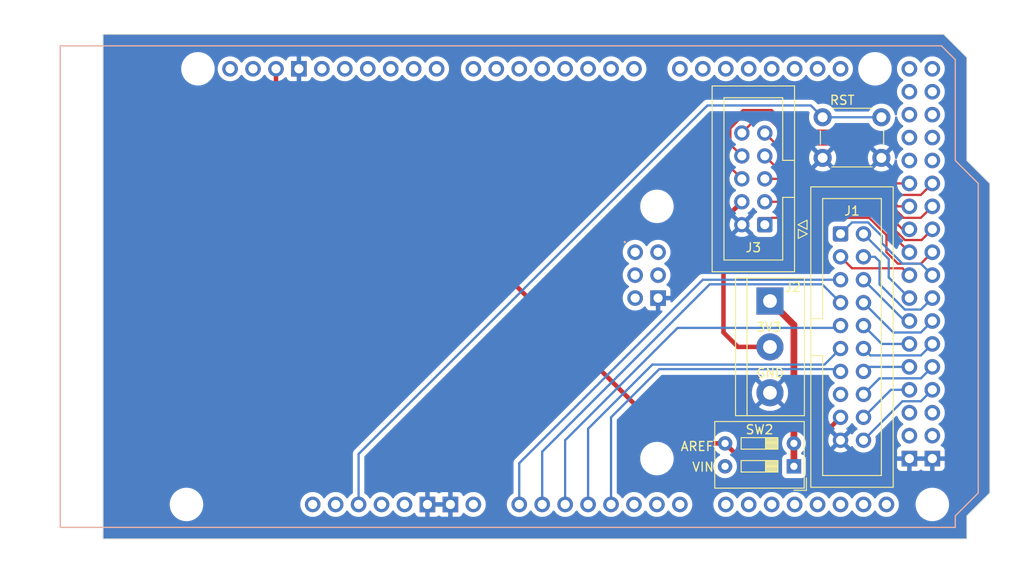
<source format=kicad_pcb>
(kicad_pcb (version 20221018) (generator pcbnew)
  (title_block (title "Control Panel Arduino Mega 2560 Shield") (rev "0"))
  (layers (0 "F.Cu" signal) (31 "B.Cu" signal) (34 "B.Paste" user) (35 "F.Paste" user) (36 "B.SilkS" user "B.Silkscreen") (37 "F.SilkS" user "F.Silkscreen") (38 "B.Mask" user) (39 "F.Mask" user) (44 "Edge.Cuts" user))
  (net 0 "")
  (net 1 "/5V")
  (net 2 "/GND")
  (net 55 "/3V3")
  (net 57 "/VIN")
  (net 58 "/AREF")
  (net 59 "/A_ON")
  (net 60 "/A_OFF")
  (net 61 "/B_ON")
  (net 62 "/B_OFF")
  (net 63 "/C_ON")
  (net 64 "/C_OFF")
  (net 65 "/D30")
  (net 66 "/D39")
  (net 67 "/D40")
  (net 68 "/D38")
  (net 69 "/D41")
  (net 70 "/D31")
  (net 71 "/D42")
  (net 72 "/D43")
  (net 73 "/D44")
  (net 74 "/D45")
  (net 75 "/D46")
  (net 76 "/D47")
  (net 77 "/D48")
  (net 78 "/D49")
  (net 83 "/A0")
  (net 84 "/A1")
  (net 85 "/A2")
  (net 86 "/A3")
  (net 87 "/A4")
  (net 88 "/RST")
  (net 89 "/IORF")
  (footprint "Button_Switch_THT:SW_DIP_SPSTx02_Slide_9.78x7.26mm_W7.62mm_P2.54mm" (layer "F.Cu") (at 81.2 46.576 180)
    (fp_text reference "SW2" (at 3.81 4.064) (layer "F.SilkS"))
    (fp_text value "SW_DIP_x02")
    (fp_line (start -1.38 -2.66) (end -1.38 -1.277) (stroke (width 0.12)) (layer "F.SilkS"))
    (fp_line (start -1.38 -2.66) (end 0.004 -2.66) (stroke (width 0.12)) (layer "F.SilkS"))
    (fp_line (start -1.14 -2.42) (end -1.14 4.96) (stroke (width 0.12)) (layer "F.SilkS"))
    (fp_line (start -1.14 -2.42) (end 8.76 -2.42) (stroke (width 0.12)) (layer "F.SilkS"))
    (fp_line (start -1.14 4.96) (end 8.76 4.96) (stroke (width 0.12)) (layer "F.SilkS"))
    (fp_line (start 1.78 -0.635) (end 1.78 0.635) (stroke (width 0.12)) (layer "F.SilkS"))
    (fp_line (start 1.78 -0.515) (end 3.133333 -0.515) (stroke (width 0.12)) (layer "F.SilkS"))
    (fp_line (start 1.78 -0.395) (end 3.133333 -0.395) (stroke (width 0.12)) (layer "F.SilkS"))
    (fp_line (start 1.78 -0.275) (end 3.133333 -0.275) (stroke (width 0.12)) (layer "F.SilkS"))
    (fp_line (start 1.78 -0.155) (end 3.133333 -0.155) (stroke (width 0.12)) (layer "F.SilkS"))
    (fp_line (start 1.78 -0.035) (end 3.133333 -0.035) (stroke (width 0.12)) (layer "F.SilkS"))
    (fp_line (start 1.78 0.085) (end 3.133333 0.085) (stroke (width 0.12)) (layer "F.SilkS"))
    (fp_line (start 1.78 0.205) (end 3.133333 0.205) (stroke (width 0.12)) (layer "F.SilkS"))
    (fp_line (start 1.78 0.325) (end 3.133333 0.325) (stroke (width 0.12)) (layer "F.SilkS"))
    (fp_line (start 1.78 0.445) (end 3.133333 0.445) (stroke (width 0.12)) (layer "F.SilkS"))
    (fp_line (start 1.78 0.565) (end 3.133333 0.565) (stroke (width 0.12)) (layer "F.SilkS"))
    (fp_line (start 1.78 0.635) (end 5.84 0.635) (stroke (width 0.12)) (layer "F.SilkS"))
    (fp_line (start 1.78 1.905) (end 1.78 3.175) (stroke (width 0.12)) (layer "F.SilkS"))
    (fp_line (start 1.78 2.025) (end 3.133333 2.025) (stroke (width 0.12)) (layer "F.SilkS"))
    (fp_line (start 1.78 2.145) (end 3.133333 2.145) (stroke (width 0.12)) (layer "F.SilkS"))
    (fp_line (start 1.78 2.265) (end 3.133333 2.265) (stroke (width 0.12)) (layer "F.SilkS"))
    (fp_line (start 1.78 2.385) (end 3.133333 2.385) (stroke (width 0.12)) (layer "F.SilkS"))
    (fp_line (start 1.78 2.505) (end 3.133333 2.505) (stroke (width 0.12)) (layer "F.SilkS"))
    (fp_line (start 1.78 2.625) (end 3.133333 2.625) (stroke (width 0.12)) (layer "F.SilkS"))
    (fp_line (start 1.78 2.745) (end 3.133333 2.745) (stroke (width 0.12)) (layer "F.SilkS"))
    (fp_line (start 1.78 2.865) (end 3.133333 2.865) (stroke (width 0.12)) (layer "F.SilkS"))
    (fp_line (start 1.78 2.985) (end 3.133333 2.985) (stroke (width 0.12)) (layer "F.SilkS"))
    (fp_line (start 1.78 3.105) (end 3.133333 3.105) (stroke (width 0.12)) (layer "F.SilkS"))
    (fp_line (start 1.78 3.175) (end 5.84 3.175) (stroke (width 0.12)) (layer "F.SilkS"))
    (fp_line (start 3.133333 -0.635) (end 3.133333 0.635) (stroke (width 0.12)) (layer "F.SilkS"))
    (fp_line (start 3.133333 1.905) (end 3.133333 3.175) (stroke (width 0.12)) (layer "F.SilkS"))
    (fp_line (start 5.84 -0.635) (end 1.78 -0.635) (stroke (width 0.12)) (layer "F.SilkS"))
    (fp_line (start 5.84 0.635) (end 5.84 -0.635) (stroke (width 0.12)) (layer "F.SilkS"))
    (fp_line (start 5.84 1.905) (end 1.78 1.905) (stroke (width 0.12)) (layer "F.SilkS"))
    (fp_line (start 5.84 3.175) (end 5.84 1.905) (stroke (width 0.12)) (layer "F.SilkS"))
    (fp_line (start 8.76 -2.42) (end 8.76 4.96) (stroke (width 0.12)) (layer "F.SilkS"))
    (pad "1" thru_hole rect (at 0 0 180) (size 1.6 1.6) (drill 0.8) (layers "*.Cu" "*.Mask") (net 1 "/5V"))
    (pad "2" thru_hole oval (at 0 2.54 180) (size 1.6 1.6) (drill 0.8) (layers "*.Cu" "*.Mask") (net 1 "/5V"))
    (pad "3" thru_hole oval (at 7.62 2.54 180) (size 1.6 1.6) (drill 0.8) (layers "*.Cu" "*.Mask") (net 58 "/AREF"))
    (pad "4" thru_hole oval (at 7.62 0 180) (size 1.6 1.6) (drill 0.8) (layers "*.Cu" "*.Mask") (net 57 "/VIN"))
  )
  (footprint "Connector_IDC:IDC-Header_2x10_P2.54mm_Vertical" (layer "F.Cu") (at 86.36 20.828)
    (fp_text reference "J1" (at 1.27 -2.54) (layer "F.SilkS"))
    (fp_text value "IDC_SW")
    (fp_line (start -4.68 -0.5) (end -4.68 0.5) (stroke (width 0.12)) (layer "F.SilkS"))
    (fp_line (start -4.68 0.5) (end -3.68 0) (stroke (width 0.12)) (layer "F.SilkS"))
    (fp_line (start -3.68 0) (end -4.68 -0.5) (stroke (width 0.12)) (layer "F.SilkS"))
    (fp_line (start -3.29 -5.21) (end 5.83 -5.21) (stroke (width 0.12)) (layer "F.SilkS"))
    (fp_line (start -3.29 9.38) (end -1.98 9.38) (stroke (width 0.12)) (layer "F.SilkS"))
    (fp_line (start -3.29 28.07) (end -3.29 -5.21) (stroke (width 0.12)) (layer "F.SilkS"))
    (fp_line (start -1.98 -3.91) (end 4.52 -3.91) (stroke (width 0.12)) (layer "F.SilkS"))
    (fp_line (start -1.98 9.38) (end -1.98 -3.91) (stroke (width 0.12)) (layer "F.SilkS"))
    (fp_line (start -1.98 13.48) (end -3.29 13.48) (stroke (width 0.12)) (layer "F.SilkS"))
    (fp_line (start -1.98 13.48) (end -1.98 13.48) (stroke (width 0.12)) (layer "F.SilkS"))
    (fp_line (start -1.98 26.77) (end -1.98 13.48) (stroke (width 0.12)) (layer "F.SilkS"))
    (fp_line (start 4.52 -3.91) (end 4.52 26.77) (stroke (width 0.12)) (layer "F.SilkS"))
    (fp_line (start 4.52 26.77) (end -1.98 26.77) (stroke (width 0.12)) (layer "F.SilkS"))
    (fp_line (start 5.83 -5.21) (end 5.83 28.07) (stroke (width 0.12)) (layer "F.SilkS"))
    (fp_line (start 5.83 28.07) (end -3.29 28.07) (stroke (width 0.12)) (layer "F.SilkS"))
    (pad "1" thru_hole roundrect (at 0 0) (size 1.7 1.7) (drill 1) (layers "*.Cu" "*.Mask") (roundrect_rratio 0.1470588235) (net 66 "/D39"))
    (pad "2" thru_hole circle (at 2.54 0) (size 1.7 1.7) (drill 1) (layers "*.Cu" "*.Mask") (net 67 "/D40"))
    (pad "3" thru_hole circle (at 0 2.54) (size 1.7 1.7) (drill 1) (layers "*.Cu" "*.Mask") (net 68 "/D38"))
    (pad "4" thru_hole circle (at 2.54 2.54) (size 1.7 1.7) (drill 1) (layers "*.Cu" "*.Mask") (net 69 "/D41"))
    (pad "5" thru_hole circle (at 0 5.08) (size 1.7 1.7) (drill 1) (layers "*.Cu" "*.Mask") (net 83 "/A0"))
    (pad "6" thru_hole circle (at 2.54 5.08) (size 1.7 1.7) (drill 1) (layers "*.Cu" "*.Mask") (net 71 "/D42"))
    (pad "7" thru_hole circle (at 0 7.62) (size 1.7 1.7) (drill 1) (layers "*.Cu" "*.Mask") (net 84 "/A1"))
    (pad "8" thru_hole circle (at 2.54 7.62) (size 1.7 1.7) (drill 1) (layers "*.Cu" "*.Mask") (net 72 "/D43"))
    (pad "9" thru_hole circle (at 0 10.16) (size 1.7 1.7) (drill 1) (layers "*.Cu" "*.Mask") (net 85 "/A2"))
    (pad "10" thru_hole circle (at 2.54 10.16) (size 1.7 1.7) (drill 1) (layers "*.Cu" "*.Mask") (net 73 "/D44"))
    (pad "11" thru_hole circle (at 0 12.7) (size 1.7 1.7) (drill 1) (layers "*.Cu" "*.Mask") (net 86 "/A3"))
    (pad "12" thru_hole circle (at 2.54 12.7) (size 1.7 1.7) (drill 1) (layers "*.Cu" "*.Mask") (net 74 "/D45"))
    (pad "13" thru_hole circle (at 0 15.24) (size 1.7 1.7) (drill 1) (layers "*.Cu" "*.Mask") (net 87 "/A4"))
    (pad "14" thru_hole circle (at 2.54 15.24) (size 1.7 1.7) (drill 1) (layers "*.Cu" "*.Mask") (net 75 "/D46"))
    (pad "15" thru_hole circle (at 0 17.78) (size 1.7 1.7) (drill 1) (layers "*.Cu" "*.Mask"))
    (pad "16" thru_hole circle (at 2.54 17.78) (size 1.7 1.7) (drill 1) (layers "*.Cu" "*.Mask") (net 76 "/D47"))
    (pad "17" thru_hole circle (at 0 20.32) (size 1.7 1.7) (drill 1) (layers "*.Cu" "*.Mask") (net 58 "/AREF"))
    (pad "18" thru_hole circle (at 2.54 20.32) (size 1.7 1.7) (drill 1) (layers "*.Cu" "*.Mask") (net 77 "/D48"))
    (pad "19" thru_hole circle (at 0 22.86) (size 1.7 1.7) (drill 1) (layers "*.Cu" "*.Mask") (net 2 "/GND"))
    (pad "20" thru_hole circle (at 2.54 22.86) (size 1.7 1.7) (drill 1) (layers "*.Cu" "*.Mask") (net 78 "/D49"))
  )
  (footprint "Connector_IDC:IDC-Header_2x05_P2.54mm_Vertical" (layer "F.Cu") (at 77.978 19.812 180)
    (fp_text reference "J3" (at 1.27 -2.54) (layer "F.SilkS"))
    (fp_text value "IDC_RF")
    (fp_line (start -4.68 -0.5) (end -4.68 0.5) (stroke (width 0.12)) (layer "F.SilkS"))
    (fp_line (start -4.68 0.5) (end -3.68 0) (stroke (width 0.12)) (layer "F.SilkS"))
    (fp_line (start -3.68 0) (end -4.68 -0.5) (stroke (width 0.12)) (layer "F.SilkS"))
    (fp_line (start -3.29 -5.21) (end 5.83 -5.21) (stroke (width 0.12)) (layer "F.SilkS"))
    (fp_line (start -3.29 3.03) (end -1.98 3.03) (stroke (width 0.12)) (layer "F.SilkS"))
    (fp_line (start -3.29 15.37) (end -3.29 -5.21) (stroke (width 0.12)) (layer "F.SilkS"))
    (fp_line (start -1.98 -3.91) (end 4.52 -3.91) (stroke (width 0.12)) (layer "F.SilkS"))
    (fp_line (start -1.98 3.03) (end -1.98 -3.91) (stroke (width 0.12)) (layer "F.SilkS"))
    (fp_line (start -1.98 7.13) (end -3.29 7.13) (stroke (width 0.12)) (layer "F.SilkS"))
    (fp_line (start -1.98 7.13) (end -1.98 7.13) (stroke (width 0.12)) (layer "F.SilkS"))
    (fp_line (start -1.98 14.07) (end -1.98 7.13) (stroke (width 0.12)) (layer "F.SilkS"))
    (fp_line (start 4.52 -3.91) (end 4.52 14.07) (stroke (width 0.12)) (layer "F.SilkS"))
    (fp_line (start 4.52 14.07) (end -1.98 14.07) (stroke (width 0.12)) (layer "F.SilkS"))
    (fp_line (start 5.83 -5.21) (end 5.83 15.37) (stroke (width 0.12)) (layer "F.SilkS"))
    (fp_line (start 5.83 15.37) (end -3.29 15.37) (stroke (width 0.12)) (layer "F.SilkS"))
    (pad "1" thru_hole roundrect (at 0 0 180) (size 1.7 1.7) (drill 1) (layers "*.Cu" "*.Mask") (roundrect_rratio 0.1470588235) (net 59 "/A_ON"))
    (pad "2" thru_hole circle (at 2.54 0 180) (size 1.7 1.7) (drill 1) (layers "*.Cu" "*.Mask") (net 2 "/GND"))
    (pad "3" thru_hole circle (at 0 2.54 180) (size 1.7 1.7) (drill 1) (layers "*.Cu" "*.Mask") (net 60 "/A_OFF"))
    (pad "4" thru_hole circle (at 2.54 2.54 180) (size 1.7 1.7) (drill 1) (layers "*.Cu" "*.Mask") (net 55 "/3V3"))
    (pad "5" thru_hole circle (at 0 5.08 180) (size 1.7 1.7) (drill 1) (layers "*.Cu" "*.Mask") (net 61 "/B_ON"))
    (pad "6" thru_hole circle (at 2.54 5.08 180) (size 1.7 1.7) (drill 1) (layers "*.Cu" "*.Mask") (net 65 "/D30"))
    (pad "7" thru_hole circle (at 0 7.62 180) (size 1.7 1.7) (drill 1) (layers "*.Cu" "*.Mask") (net 62 "/B_OFF"))
    (pad "8" thru_hole circle (at 2.54 7.62 180) (size 1.7 1.7) (drill 1) (layers "*.Cu" "*.Mask") (net 70 "/D31"))
    (pad "9" thru_hole circle (at 0 10.16 180) (size 1.7 1.7) (drill 1) (layers "*.Cu" "*.Mask") (net 63 "/C_ON"))
    (pad "10" thru_hole circle (at 2.54 10.16 180) (size 1.7 1.7) (drill 1) (layers "*.Cu" "*.Mask") (net 64 "/C_OFF"))
  )
  (footprint "TerminalBlock:TerminalBlock_bornier-3_P5.08mm" (layer "F.Cu") (at 78.55 28.268 -90)
    (fp_text reference "J2" (at -1.524 -2.54 -180) (layer "F.SilkS"))
    (fp_text value "Screw_Terminal_01x03")
    (fp_line (start -2.54 -3.81) (end 12.7 -3.81) (stroke (width 0.12)) (layer "F.SilkS"))
    (fp_line (start -2.54 2.54) (end 12.7 2.54) (stroke (width 0.12)) (layer "F.SilkS"))
    (fp_line (start -2.54 3.81) (end -2.54 -3.81) (stroke (width 0.12)) (layer "F.SilkS"))
    (fp_line (start -2.54 3.81) (end 12.7 3.81) (stroke (width 0.12)) (layer "F.SilkS"))
    (fp_line (start 12.7 3.81) (end 12.7 -3.81) (stroke (width 0.12)) (layer "F.SilkS"))
    (pad "1" thru_hole rect (at 0 0 270) (size 3 3) (drill 1.52) (layers "*.Cu" "*.Mask") (net 1 "/5V"))
    (pad "2" thru_hole circle (at 5.08 0 270) (size 3 3) (drill 1.52) (layers "*.Cu" "*.Mask") (net 55 "/3V3"))
    (pad "3" thru_hole circle (at 10.16 0 270) (size 3 3) (drill 1.52) (layers "*.Cu" "*.Mask") (net 2 "/GND"))
  )
  (footprint "PCM_arduino-library:Arduino_Mega2560_Shield" (layer "F.Cu") (at 0 53.34)
    (fp_text reference "XA1" hide)
    (fp_text value "Arduino_Mega2560_Shield")
    (fp_text user "." (at 62.484 -32.004) (layer "B.SilkS"))
    (fp_text user "." (at 62.484 -32.004) (layer "F.SilkS"))
    (fp_line (start 0 -53.34) (end 0 0) (stroke (width 0.15)) (layer "B.SilkS"))
    (fp_line (start 0 -53.34) (end 97.536 -53.34) (stroke (width 0.15)) (layer "B.SilkS"))
    (fp_line (start 0 0) (end 99.06 0) (stroke (width 0.15)) (layer "B.SilkS"))
    (fp_line (start 97.536 -53.34) (end 99.06 -51.816) (stroke (width 0.15)) (layer "B.SilkS"))
    (fp_line (start 99.06 -40.64) (end 99.06 -51.816) (stroke (width 0.15)) (layer "B.SilkS"))
    (fp_line (start 99.06 -1.27) (end 101.6 -3.81) (stroke (width 0.15)) (layer "B.SilkS"))
    (fp_line (start 99.06 0) (end 99.06 -1.27) (stroke (width 0.15)) (layer "B.SilkS"))
    (fp_line (start 101.6 -38.1) (end 99.06 -40.64) (stroke (width 0.15)) (layer "B.SilkS"))
    (fp_line (start 101.6 -3.81) (end 101.6 -38.1) (stroke (width 0.15)) (layer "B.SilkS"))
    (pad "" np_thru_hole circle locked (at 13.97 -2.54) (size 3.2 3.2) (drill 3.2) (layers "*.Cu" "*.Mask"))
    (pad "" np_thru_hole circle locked (at 15.24 -50.8) (size 3.2 3.2) (drill 3.2) (layers "*.Cu" "*.Mask"))
    (pad "" thru_hole oval locked (at 27.94 -2.54) (size 1.7272 1.7272) (drill 1.016) (layers "*.Cu" "*.Mask"))
    (pad "" np_thru_hole circle locked (at 66.04 -35.56) (size 3.2 3.2) (drill 3.2) (layers "*.Cu" "*.Mask"))
    (pad "" np_thru_hole circle locked (at 66.04 -7.62) (size 3.2 3.2) (drill 3.2) (layers "*.Cu" "*.Mask"))
    (pad "" np_thru_hole circle locked (at 90.17 -50.8) (size 3.2 3.2) (drill 3.2) (layers "*.Cu" "*.Mask"))
    (pad "" np_thru_hole circle locked (at 96.52 -2.54) (size 3.2 3.2) (drill 3.2) (layers "*.Cu" "*.Mask"))
    (pad "3V3" thru_hole oval locked (at 35.56 -2.54) (size 1.7272 1.7272) (drill 1.016) (layers "*.Cu" "*.Mask"))
    (pad "5V1" thru_hole oval locked (at 38.1 -2.54) (size 1.7272 1.7272) (drill 1.016) (layers "*.Cu" "*.Mask"))
    (pad "5V2" thru_hole oval locked (at 66.167 -30.48) (size 1.7272 1.7272) (drill 1.016) (layers "*.Cu" "*.Mask"))
    (pad "5V3" thru_hole oval locked (at 93.98 -50.8) (size 1.7272 1.7272) (drill 1.016) (layers "*.Cu" "*.Mask"))
    (pad "5V4" thru_hole oval locked (at 96.52 -50.8) (size 1.7272 1.7272) (drill 1.016) (layers "*.Cu" "*.Mask"))
    (pad "A0" thru_hole oval locked (at 50.8 -2.54) (size 1.7272 1.7272) (drill 1.016) (layers "*.Cu" "*.Mask") (net 83 "/A0"))
    (pad "A1" thru_hole oval locked (at 53.34 -2.54) (size 1.7272 1.7272) (drill 1.016) (layers "*.Cu" "*.Mask") (net 84 "/A1"))
    (pad "A2" thru_hole oval locked (at 55.88 -2.54) (size 1.7272 1.7272) (drill 1.016) (layers "*.Cu" "*.Mask") (net 85 "/A2"))
    (pad "A3" thru_hole oval locked (at 58.42 -2.54) (size 1.7272 1.7272) (drill 1.016) (layers "*.Cu" "*.Mask") (net 86 "/A3"))
    (pad "A4" thru_hole oval locked (at 60.96 -2.54) (size 1.7272 1.7272) (drill 1.016) (layers "*.Cu" "*.Mask") (net 87 "/A4"))
    (pad "A5" thru_hole oval locked (at 63.5 -2.54) (size 1.7272 1.7272) (drill 1.016) (layers "*.Cu" "*.Mask"))
    (pad "A6" thru_hole oval locked (at 66.04 -2.54) (size 1.7272 1.7272) (drill 1.016) (layers "*.Cu" "*.Mask"))
    (pad "A7" thru_hole oval locked (at 68.58 -2.54) (size 1.7272 1.7272) (drill 1.016) (layers "*.Cu" "*.Mask"))
    (pad "A8" thru_hole oval locked (at 73.66 -2.54) (size 1.7272 1.7272) (drill 1.016) (layers "*.Cu" "*.Mask"))
    (pad "A9" thru_hole oval locked (at 76.2 -2.54) (size 1.7272 1.7272) (drill 1.016) (layers "*.Cu" "*.Mask"))
    (pad "A10" thru_hole oval locked (at 78.74 -2.54) (size 1.7272 1.7272) (drill 1.016) (layers "*.Cu" "*.Mask"))
    (pad "A11" thru_hole oval locked (at 81.28 -2.54) (size 1.7272 1.7272) (drill 1.016) (layers "*.Cu" "*.Mask"))
    (pad "A12" thru_hole oval locked (at 83.82 -2.54) (size 1.7272 1.7272) (drill 1.016) (layers "*.Cu" "*.Mask"))
    (pad "A13" thru_hole oval locked (at 86.36 -2.54) (size 1.7272 1.7272) (drill 1.016) (layers "*.Cu" "*.Mask"))
    (pad "A14" thru_hole oval locked (at 88.9 -2.54) (size 1.7272 1.7272) (drill 1.016) (layers "*.Cu" "*.Mask"))
    (pad "A15" thru_hole oval locked (at 91.44 -2.54) (size 1.7272 1.7272) (drill 1.016) (layers "*.Cu" "*.Mask"))
    (pad "AREF" thru_hole oval locked (at 23.876 -50.8) (size 1.7272 1.7272) (drill 1.016) (layers "*.Cu" "*.Mask") (net 58 "/AREF"))
    (pad "D0" thru_hole oval locked (at 63.5 -50.8) (size 1.7272 1.7272) (drill 1.016) (layers "*.Cu" "*.Mask"))
    (pad "D1" thru_hole oval locked (at 60.96 -50.8) (size 1.7272 1.7272) (drill 1.016) (layers "*.Cu" "*.Mask"))
    (pad "D2" thru_hole oval locked (at 58.42 -50.8) (size 1.7272 1.7272) (drill 1.016) (layers "*.Cu" "*.Mask"))
    (pad "D3" thru_hole oval locked (at 55.88 -50.8) (size 1.7272 1.7272) (drill 1.016) (layers "*.Cu" "*.Mask"))
    (pad "D4" thru_hole oval locked (at 53.34 -50.8) (size 1.7272 1.7272) (drill 1.016) (layers "*.Cu" "*.Mask"))
    (pad "D5" thru_hole oval locked (at 50.8 -50.8) (size 1.7272 1.7272) (drill 1.016) (layers "*.Cu" "*.Mask"))
    (pad "D6" thru_hole oval locked (at 48.26 -50.8) (size 1.7272 1.7272) (drill 1.016) (layers "*.Cu" "*.Mask"))
    (pad "D7" thru_hole oval locked (at 45.72 -50.8) (size 1.7272 1.7272) (drill 1.016) (layers "*.Cu" "*.Mask"))
    (pad "D8" thru_hole oval locked (at 41.656 -50.8) (size 1.7272 1.7272) (drill 1.016) (layers "*.Cu" "*.Mask"))
    (pad "D9" thru_hole oval locked (at 39.116 -50.8) (size 1.7272 1.7272) (drill 1.016) (layers "*.Cu" "*.Mask"))
    (pad "D10" thru_hole oval locked (at 36.576 -50.8) (size 1.7272 1.7272) (drill 1.016) (layers "*.Cu" "*.Mask"))
    (pad "D11" thru_hole oval locked (at 34.036 -50.8) (size 1.7272 1.7272) (drill 1.016) (layers "*.Cu" "*.Mask"))
    (pad "D12" thru_hole oval locked (at 31.496 -50.8) (size 1.7272 1.7272) (drill 1.016) (layers "*.Cu" "*.Mask"))
    (pad "D13" thru_hole oval locked (at 28.956 -50.8) (size 1.7272 1.7272) (drill 1.016) (layers "*.Cu" "*.Mask"))
    (pad "D14" thru_hole oval locked (at 68.58 -50.8) (size 1.7272 1.7272) (drill 1.016) (layers "*.Cu" "*.Mask"))
    (pad "D15" thru_hole oval locked (at 71.12 -50.8) (size 1.7272 1.7272) (drill 1.016) (layers "*.Cu" "*.Mask"))
    (pad "D16" thru_hole oval locked (at 73.66 -50.8) (size 1.7272 1.7272) (drill 1.016) (layers "*.Cu" "*.Mask"))
    (pad "D17" thru_hole oval locked (at 76.2 -50.8) (size 1.7272 1.7272) (drill 1.016) (layers "*.Cu" "*.Mask"))
    (pad "D18" thru_hole oval locked (at 78.74 -50.8) (size 1.7272 1.7272) (drill 1.016) (layers "*.Cu" "*.Mask"))
    (pad "D19" thru_hole oval locked (at 81.28 -50.8) (size 1.7272 1.7272) (drill 1.016) (layers "*.Cu" "*.Mask"))
    (pad "D20" thru_hole oval locked (at 83.82 -50.8) (size 1.7272 1.7272) (drill 1.016) (layers "*.Cu" "*.Mask"))
    (pad "D21" thru_hole oval locked (at 86.36 -50.8) (size 1.7272 1.7272) (drill 1.016) (layers "*.Cu" "*.Mask"))
    (pad "D22" thru_hole oval locked (at 93.98 -48.26) (size 1.7272 1.7272) (drill 1.016) (layers "*.Cu" "*.Mask"))
    (pad "D23" thru_hole oval locked (at 96.52 -48.26) (size 1.7272 1.7272) (drill 1.016) (layers "*.Cu" "*.Mask"))
    (pad "D24" thru_hole oval locked (at 93.98 -45.72) (size 1.7272 1.7272) (drill 1.016) (layers "*.Cu" "*.Mask"))
    (pad "D25" thru_hole oval locked (at 96.52 -45.72) (size 1.7272 1.7272) (drill 1.016) (layers "*.Cu" "*.Mask"))
    (pad "D26" thru_hole oval locked (at 93.98 -43.18) (size 1.7272 1.7272) (drill 1.016) (layers "*.Cu" "*.Mask"))
    (pad "D27" thru_hole oval locked (at 96.52 -43.18) (size 1.7272 1.7272) (drill 1.016) (layers "*.Cu" "*.Mask"))
    (pad "D28" thru_hole oval locked (at 93.98 -40.64) (size 1.7272 1.7272) (drill 1.016) (layers "*.Cu" "*.Mask"))
    (pad "D29" thru_hole oval locked (at 96.52 -40.64) (size 1.7272 1.7272) (drill 1.016) (layers "*.Cu" "*.Mask"))
    (pad "D30" thru_hole oval locked (at 93.98 -38.1) (size 1.7272 1.7272) (drill 1.016) (layers "*.Cu" "*.Mask") (net 65 "/D30"))
    (pad "D31" thru_hole oval locked (at 96.52 -38.1) (size 1.7272 1.7272) (drill 1.016) (layers "*.Cu" "*.Mask") (net 70 "/D31"))
    (pad "D32" thru_hole oval locked (at 93.98 -35.56) (size 1.7272 1.7272) (drill 1.016) (layers "*.Cu" "*.Mask") (net 64 "/C_OFF"))
    (pad "D33" thru_hole oval locked (at 96.52 -35.56) (size 1.7272 1.7272) (drill 1.016) (layers "*.Cu" "*.Mask") (net 63 "/C_ON"))
    (pad "D34" thru_hole oval locked (at 93.98 -33.02) (size 1.7272 1.7272) (drill 1.016) (layers "*.Cu" "*.Mask") (net 62 "/B_OFF"))
    (pad "D35" thru_hole oval locked (at 96.52 -33.02) (size 1.7272 1.7272) (drill 1.016) (layers "*.Cu" "*.Mask") (net 61 "/B_ON"))
    (pad "D36" thru_hole oval locked (at 93.98 -30.48) (size 1.7272 1.7272) (drill 1.016) (layers "*.Cu" "*.Mask") (net 60 "/A_OFF"))
    (pad "D37" thru_hole oval locked (at 96.52 -30.48) (size 1.7272 1.7272) (drill 1.016) (layers "*.Cu" "*.Mask") (net 59 "/A_ON"))
    (pad "D38" thru_hole oval locked (at 93.98 -27.94) (size 1.7272 1.7272) (drill 1.016) (layers "*.Cu" "*.Mask") (net 68 "/D38"))
    (pad "D39" thru_hole oval locked (at 96.52 -27.94) (size 1.7272 1.7272) (drill 1.016) (layers "*.Cu" "*.Mask") (net 66 "/D39"))
    (pad "D40" thru_hole oval locked (at 93.98 -25.4) (size 1.7272 1.7272) (drill 1.016) (layers "*.Cu" "*.Mask") (net 67 "/D40"))
    (pad "D41" thru_hole oval locked (at 96.52 -25.4) (size 1.7272 1.7272) (drill 1.016) (layers "*.Cu" "*.Mask") (net 69 "/D41"))
    (pad "D42" thru_hole oval locked (at 93.98 -22.86) (size 1.7272 1.7272) (drill 1.016) (layers "*.Cu" "*.Mask") (net 71 "/D42"))
    (pad "D43" thru_hole oval locked (at 96.52 -22.86) (size 1.7272 1.7272) (drill 1.016) (layers "*.Cu" "*.Mask") (net 72 "/D43"))
    (pad "D44" thru_hole oval locked (at 93.98 -20.32) (size 1.7272 1.7272) (drill 1.016) (layers "*.Cu" "*.Mask") (net 73 "/D44"))
    (pad "D45" thru_hole oval locked (at 96.52 -20.32) (size 1.7272 1.7272) (drill 1.016) (layers "*.Cu" "*.Mask") (net 74 "/D45"))
    (pad "D46" thru_hole oval locked (at 93.98 -17.78) (size 1.7272 1.7272) (drill 1.016) (layers "*.Cu" "*.Mask") (net 75 "/D46"))
    (pad "D47" thru_hole oval locked (at 96.52 -17.78) (size 1.7272 1.7272) (drill 1.016) (layers "*.Cu" "*.Mask") (net 76 "/D47"))
    (pad "D48" thru_hole oval locked (at 93.98 -15.24) (size 1.7272 1.7272) (drill 1.016) (layers "*.Cu" "*.Mask") (net 77 "/D48"))
    (pad "D49" thru_hole oval locked (at 96.52 -15.24) (size 1.7272 1.7272) (drill 1.016) (layers "*.Cu" "*.Mask") (net 78 "/D49"))
    (pad "D50" thru_hole oval locked (at 93.98 -12.7) (size 1.7272 1.7272) (drill 1.016) (layers "*.Cu" "*.Mask"))
    (pad "D51" thru_hole oval locked (at 96.52 -12.7) (size 1.7272 1.7272) (drill 1.016) (layers "*.Cu" "*.Mask"))
    (pad "D52" thru_hole oval locked (at 93.98 -10.16) (size 1.7272 1.7272) (drill 1.016) (layers "*.Cu" "*.Mask"))
    (pad "D53" thru_hole oval locked (at 96.52 -10.16) (size 1.7272 1.7272) (drill 1.016) (layers "*.Cu" "*.Mask"))
    (pad "GND1" thru_hole rect locked (at 26.416 -50.8) (size 1.7272 1.7272) (drill 1.016) (layers "*.Cu" "*.Mask") (net 2 "/GND"))
    (pad "GND2" thru_hole rect locked (at 40.64 -2.54) (size 1.7272 1.7272) (drill 1.016) (layers "*.Cu" "*.Mask") (net 2 "/GND"))
    (pad "GND3" thru_hole rect locked (at 43.18 -2.54) (size 1.7272 1.7272) (drill 1.016) (layers "*.Cu" "*.Mask") (net 2 "/GND"))
    (pad "GND4" thru_hole rect locked (at 66.167 -25.4) (size 1.7272 1.7272) (drill 1.016) (layers "*.Cu" "*.Mask") (net 2 "/GND"))
    (pad "GND5" thru_hole rect locked (at 93.98 -7.62) (size 1.7272 1.7272) (drill 1.016) (layers "*.Cu" "*.Mask") (net 2 "/GND"))
    (pad "GND6" thru_hole rect locked (at 96.52 -7.62) (size 1.7272 1.7272) (drill 1.016) (layers "*.Cu" "*.Mask") (net 2 "/GND"))
    (pad "IORF" thru_hole oval locked (at 30.48 -2.54) (size 1.7272 1.7272) (drill 1.016) (layers "*.Cu" "*.Mask") (net 89 "/IORF"))
    (pad "MISO" thru_hole oval locked (at 63.627 -30.48) (size 1.7272 1.7272) (drill 1.016) (layers "*.Cu" "*.Mask"))
    (pad "MOSI" thru_hole oval locked (at 66.167 -27.94) (size 1.7272 1.7272) (drill 1.016) (layers "*.Cu" "*.Mask"))
    (pad "RST1" thru_hole oval locked (at 33.02 -2.54) (size 1.7272 1.7272) (drill 1.016) (layers "*.Cu" "*.Mask") (net 88 "/RST"))
    (pad "RST2" thru_hole oval locked (at 63.627 -25.4) (size 1.7272 1.7272) (drill 1.016) (layers "*.Cu" "*.Mask"))
    (pad "SCK" thru_hole oval locked (at 63.627 -27.94) (size 1.7272 1.7272) (drill 1.016) (layers "*.Cu" "*.Mask"))
    (pad "SCL" thru_hole oval locked (at 18.796 -50.8) (size 1.7272 1.7272) (drill 1.016) (layers "*.Cu" "*.Mask"))
    (pad "SDA" thru_hole oval locked (at 21.336 -50.8) (size 1.7272 1.7272) (drill 1.016) (layers "*.Cu" "*.Mask"))
    (pad "VIN" thru_hole oval locked (at 45.72 -2.54) (size 1.7272 1.7272) (drill 1.016) (layers "*.Cu" "*.Mask"))
  )
  (footprint "Button_Switch_THT:SW_PUSH_6mm_H5mm" (layer "F.Cu") (at 90.88 12.41 180)
    (fp_text reference "SW1" hide)
    (fp_text value "SW_Push")
    (fp_line (start -0.25 1.5) (end -0.25 3) (stroke (width 0.12)) (layer "F.SilkS"))
    (fp_line (start 1 5.5) (end 5.5 5.5) (stroke (width 0.12)) (layer "F.SilkS"))
    (fp_line (start 5.5 -1) (end 1 -1) (stroke (width 0.12)) (layer "F.SilkS"))
    (fp_line (start 6.75 3) (end 6.75 1.5) (stroke (width 0.12)) (layer "F.SilkS"))
    (pad "1" thru_hole circle (at 0 0 270) (size 2 2) (drill 1.1) (layers "*.Cu" "*.Mask") (net 2 "/GND"))
    (pad "1" thru_hole circle (at 6.5 0 270) (size 2 2) (drill 1.1) (layers "*.Cu" "*.Mask") (net 2 "/GND"))
    (pad "2" thru_hole circle (at 0 4.5 270) (size 2 2) (drill 1.1) (layers "*.Cu" "*.Mask") (net 88 "/RST"))
    (pad "2" thru_hole circle (at 6.5 4.5 270) (size 2 2) (drill 1.1) (layers "*.Cu" "*.Mask") (net 88 "/RST"))
  )
  (gr_poly (pts (xy 4.73 -1.27) (xy 4.73 54.61) (xy 100.33 54.61) (xy 100.33 52.07) (xy 102.87 49.53) (xy 102.87 15.24) (xy 100.33 12.7) (xy 100.33 1.27) (xy 97.79 -1.27)) (stroke (width 0.1)) (fill none) (layer "Edge.Cuts"))
  (gr_text "3V3" (at 76.962 31.75) (layer "F.SilkS") (effects (font (size 1 1)) (justify left bottom)))
  (gr_text "GND" (at 76.962 36.83) (layer "F.SilkS") (effects (font (size 1 1)) (justify left bottom)))
  (gr_text "VIN" (at 69.85 47.244) (layer "F.SilkS") (effects (font (size 1 1)) (justify left bottom)))
  (gr_text "AREF" (at 68.58 44.958) (layer "F.SilkS") (effects (font (size 1 1)) (justify left bottom)))
  (gr_text "RST" (at 85.09 6.604) (layer "F.SilkS") (effects (font (size 1 1)) (justify left bottom)))
  (segment (start 78.73 28.448) (end 81.2 30.918) (width 0.75) (layer "F.Cu") (net 1))
  (segment (start 81.2 30.918) (end 81.2 46.586) (width 0.75) (layer "F.Cu") (net 1))
  (segment (start 75.438 17.272) (end 73.406 19.304) (width 0.5) (layer "F.Cu") (net 55))
  (segment (start 75.004 33.348) (end 78.306 33.348) (width 0.5) (layer "F.Cu") (net 55))
  (segment (start 73.406 31.75) (end 75.004 33.348) (width 0.5) (layer "F.Cu") (net 55))
  (segment (start 73.406 19.304) (end 73.406 31.75) (width 0.5) (layer "F.Cu") (net 55))
  (segment (start 28.956 5.08) (end 24.638 5.08) (width 0.5) (layer "F.Cu") (net 58))
  (segment (start 82.296 48.26) (end 77.804 48.26) (width 0.5) (layer "F.Cu") (net 58))
  (segment (start 83.312 47.244) (end 82.296 48.26) (width 0.5) (layer "F.Cu") (net 58))
  (segment (start 83.312 44.196) (end 83.312 47.244) (width 0.5) (layer "F.Cu") (net 58))
  (segment (start 73.58 44.036) (end 67.912 44.036) (width 0.5) (layer "F.Cu") (net 58))
  (segment (start 67.912 44.036) (end 28.956 5.08) (width 0.5) (layer "F.Cu") (net 58))
  (segment (start 77.804 48.26) (end 73.58 44.036) (width 0.5) (layer "F.Cu") (net 58))
  (segment (start 23.876 4.318) (end 23.876 2.54) (width 0.5) (layer "F.Cu") (net 58))
  (segment (start 24.638 5.08) (end 23.876 4.318) (width 0.5) (layer "F.Cu") (net 58))
  (segment (start 86.36 41.148) (end 83.312 44.196) (width 0.5) (layer "F.Cu") (net 58))
  (segment (start 78.74 19.05) (end 89.533604 19.05) (width 0.25) (layer "F.Cu") (net 59))
  (segment (start 91.44 22.86) (end 92.71 24.13) (width 0.25) (layer "F.Cu") (net 59))
  (segment (start 89.533604 19.05) (end 91.44 20.956396) (width 0.25) (layer "F.Cu") (net 59))
  (segment (start 91.44 20.956396) (end 91.44 22.86) (width 0.25) (layer "F.Cu") (net 59))
  (segment (start 95.25 24.13) (end 96.52 22.86) (width 0.25) (layer "F.Cu") (net 59))
  (segment (start 77.978 19.812) (end 78.74 19.05) (width 0.25) (layer "F.Cu") (net 59))
  (segment (start 92.71 24.13) (end 95.25 24.13) (width 0.25) (layer "F.Cu") (net 59))
  (segment (start 77.978 17.272) (end 88.392 17.272) (width 0.25) (layer "F.Cu") (net 60))
  (segment (start 88.392 17.272) (end 93.98 22.86) (width 0.25) (layer "F.Cu") (net 60))
  (segment (start 86.711065 14.732) (end 93.487665 21.5086) (width 0.25) (layer "F.Cu") (net 61))
  (segment (start 77.978 14.732) (end 86.711065 14.732) (width 0.25) (layer "F.Cu") (net 61))
  (segment (start 93.487665 21.5086) (end 95.3314 21.5086) (width 0.25) (layer "F.Cu") (net 61))
  (segment (start 95.3314 21.5086) (end 96.52 20.32) (width 0.25) (layer "F.Cu") (net 61))
  (segment (start 87.122 14.224) (end 93.218 20.32) (width 0.25) (layer "F.Cu") (net 62))
  (segment (start 80.01 14.224) (end 87.122 14.224) (width 0.25) (layer "F.Cu") (net 62))
  (segment (start 77.978 12.192) (end 80.01 14.224) (width 0.25) (layer "F.Cu") (net 62))
  (segment (start 93.218 20.32) (end 93.98 20.32) (width 0.25) (layer "F.Cu") (net 62))
  (segment (start 95.25 19.05) (end 96.52 17.78) (width 0.25) (layer "F.Cu") (net 63))
  (segment (start 93.340812 19.05) (end 95.25 19.05) (width 0.25) (layer "F.Cu") (net 63))
  (segment (start 85.212812 10.922) (end 93.340812 19.05) (width 0.25) (layer "F.Cu") (net 63))
  (segment (start 77.978 9.652) (end 79.248 10.922) (width 0.25) (layer "F.Cu") (net 63))
  (segment (start 79.248 10.922) (end 85.212812 10.922) (width 0.25) (layer "F.Cu") (net 63))
  (segment (start 76.962 8.128) (end 78.486 8.128) (width 0.25) (layer "F.Cu") (net 64))
  (segment (start 75.438 9.652) (end 76.962 8.128) (width 0.25) (layer "F.Cu") (net 64))
  (segment (start 80.772 10.414) (end 85.341208 10.414) (width 0.25) (layer "F.Cu") (net 64))
  (segment (start 92.707208 17.78) (end 93.98 17.78) (width 0.25) (layer "F.Cu") (net 64))
  (segment (start 78.486 8.128) (end 80.772 10.414) (width 0.25) (layer "F.Cu") (net 64))
  (segment (start 85.341208 10.414) (end 92.707208 17.78) (width 0.25) (layer "F.Cu") (net 64))
  (segment (start 75.563604 7.112) (end 78.742792 7.112) (width 0.25) (layer "F.Cu") (net 65))
  (segment (start 91.44 15.24) (end 93.98 15.24) (width 0.25) (layer "F.Cu") (net 65))
  (segment (start 73.718 8.957604) (end 75.563604 7.112) (width 0.25) (layer "F.Cu") (net 65))
  (segment (start 75.438 14.732) (end 73.718 13.012) (width 0.25) (layer "F.Cu") (net 65))
  (segment (start 85.598 9.398) (end 91.44 15.24) (width 0.25) (layer "F.Cu") (net 65))
  (segment (start 78.742792 7.112) (end 81.028792 9.398) (width 0.25) (layer "F.Cu") (net 65))
  (segment (start 81.028792 9.398) (end 85.598 9.398) (width 0.25) (layer "F.Cu") (net 65))
  (segment (start 73.718 13.012) (end 73.718 8.957604) (width 0.25) (layer "F.Cu") (net 65))
  (segment (start 93.218 24.13) (end 95.25 24.13) (width 0.25) (layer "B.Cu") (net 66))
  (segment (start 90.932 21.844) (end 93.218 24.13) (width 0.25) (layer "B.Cu") (net 66))
  (segment (start 87.63 19.558) (end 89.408 19.558) (width 0.25) (layer "B.Cu") (net 66))
  (segment (start 90.932 21.082) (end 90.932 21.844) (width 0.25) (layer "B.Cu") (net 66))
  (segment (start 95.25 24.13) (end 96.52 25.4) (width 0.25) (layer "B.Cu") (net 66))
  (segment (start 89.408 19.558) (end 90.932 21.082) (width 0.25) (layer "B.Cu") (net 66))
  (segment (start 86.36 20.828) (end 87.63 19.558) (width 0.25) (layer "B.Cu") (net 66))
  (segment (start 88.9 20.828) (end 91.694 23.622) (width 0.25) (layer "B.Cu") (net 67))
  (segment (start 91.694 25.654) (end 93.98 27.94) (width 0.25) (layer "B.Cu") (net 67))
  (segment (start 91.694 23.622) (end 91.694 25.654) (width 0.25) (layer "B.Cu") (net 67))
  (segment (start 93.218 24.638) (end 93.98 25.4) (width 0.25) (layer "F.Cu") (net 68))
  (segment (start 87.63 24.638) (end 93.218 24.638) (width 0.25) (layer "F.Cu") (net 68))
  (segment (start 86.36 23.368) (end 87.63 24.638) (width 0.25) (layer "F.Cu") (net 68))
  (segment (start 93.472 29.21) (end 95.25 29.21) (width 0.25) (layer "B.Cu") (net 69))
  (segment (start 95.25 29.21) (end 96.52 27.94) (width 0.25) (layer "B.Cu") (net 69))
  (segment (start 90.678 26.416) (end 93.472 29.21) (width 0.25) (layer "B.Cu") (net 69))
  (segment (start 90.17 23.368) (end 90.678 23.876) (width 0.25) (layer "B.Cu") (net 69))
  (segment (start 90.678 23.876) (end 90.678 26.416) (width 0.25) (layer "B.Cu") (net 69))
  (segment (start 88.9 23.368) (end 90.17 23.368) (width 0.25) (layer "B.Cu") (net 69))
  (segment (start 74.168 9.144) (end 75.692 7.62) (width 0.25) (layer "F.Cu") (net 70))
  (segment (start 75.438 12.192) (end 74.168 10.922) (width 0.25) (layer "F.Cu") (net 70))
  (segment (start 80.900396 9.906) (end 85.469604 9.906) (width 0.25) (layer "F.Cu") (net 70))
  (segment (start 92.073604 16.51) (end 95.25 16.51) (width 0.25) (layer "F.Cu") (net 70))
  (segment (start 78.614396 7.62) (end 80.900396 9.906) (width 0.25) (layer "F.Cu") (net 70))
  (segment (start 95.25 16.51) (end 96.52 15.24) (width 0.25) (layer "F.Cu") (net 70))
  (segment (start 75.692 7.62) (end 78.614396 7.62) (width 0.25) (layer "F.Cu") (net 70))
  (segment (start 85.469604 9.906) (end 92.073604 16.51) (width 0.25) (layer "F.Cu") (net 70))
  (segment (start 74.168 10.922) (end 74.168 9.144) (width 0.25) (layer "F.Cu") (net 70))
  (segment (start 93.472 30.48) (end 93.98 30.48) (width 0.25) (layer "B.Cu") (net 71))
  (segment (start 88.9 25.908) (end 93.472 30.48) (width 0.25) (layer "B.Cu") (net 71))
  (segment (start 88.9 28.448) (end 92.202 31.75) (width 0.25) (layer "B.Cu") (net 72))
  (segment (start 92.202 31.75) (end 95.25 31.75) (width 0.25) (layer "B.Cu") (net 72))
  (segment (start 95.25 31.75) (end 96.52 30.48) (width 0.25) (layer "B.Cu") (net 72))
  (segment (start 88.9 30.988) (end 90.932 33.02) (width 0.25) (layer "B.Cu") (net 73))
  (segment (start 90.932 33.02) (end 93.98 33.02) (width 0.25) (layer "B.Cu") (net 73))
  (segment (start 89.662 34.29) (end 95.25 34.29) (width 0.25) (layer "B.Cu") (net 74))
  (segment (start 88.9 33.528) (end 89.662 34.29) (width 0.25) (layer "B.Cu") (net 74))
  (segment (start 95.25 34.29) (end 96.52 33.02) (width 0.25) (layer "B.Cu") (net 74))
  (segment (start 88.9 36.068) (end 89.408 35.56) (width 0.25) (layer "B.Cu") (net 75))
  (segment (start 89.408 35.56) (end 93.98 35.56) (width 0.25) (layer "B.Cu") (net 75))
  (segment (start 95.25 36.83) (end 96.52 35.56) (width 0.25) (layer "B.Cu") (net 76))
  (segment (start 88.9 38.608) (end 90.678 36.83) (width 0.25) (layer "B.Cu") (net 76))
  (segment (start 90.678 36.83) (end 95.25 36.83) (width 0.25) (layer "B.Cu") (net 76))
  (segment (start 91.948 38.1) (end 93.98 38.1) (width 0.25) (layer "B.Cu") (net 77))
  (segment (start 88.9 41.148) (end 91.948 38.1) (width 0.25) (layer "B.Cu") (net 77))
  (segment (start 95.25 39.37) (end 96.52 38.1) (width 0.25) (layer "B.Cu") (net 78))
  (segment (start 93.218 39.37) (end 95.25 39.37) (width 0.25) (layer "B.Cu") (net 78))
  (segment (start 88.9 43.688) (end 93.218 39.37) (width 0.25) (layer "B.Cu") (net 78))
  (segment (start 71.12 25.908) (end 86.36 25.908) (width 0.25) (layer "B.Cu") (net 83))
  (segment (start 50.8 46.228) (end 71.12 25.908) (width 0.25) (layer "B.Cu") (net 83))
  (segment (start 50.8 50.8) (end 50.8 46.228) (width 0.25) (layer "B.Cu") (net 83))
  (segment (start 53.34 50.8) (end 53.34 44.958) (width 0.25) (layer "B.Cu") (net 84))
  (segment (start 53.34 44.958) (end 71.882 26.416) (width 0.25) (layer "B.Cu") (net 84))
  (segment (start 71.882 26.416) (end 84.328 26.416) (width 0.25) (layer "B.Cu") (net 84))
  (segment (start 84.328 26.416) (end 86.36 28.448) (width 0.25) (layer "B.Cu") (net 84))
  (segment (start 55.88 43.689396) (end 68.327396 31.242) (width 0.25) (layer "B.Cu") (net 85))
  (segment (start 86.106 31.242) (end 86.36 30.988) (width 0.25) (layer "B.Cu") (net 85))
  (segment (start 68.327396 31.242) (end 86.106 31.242) (width 0.25) (layer "B.Cu") (net 85))
  (segment (start 55.88 50.8) (end 55.88 43.689396) (width 0.25) (layer "B.Cu") (net 85))
  (segment (start 65.532 35.306) (end 84.582 35.306) (width 0.25) (layer "B.Cu") (net 86))
  (segment (start 84.582 35.306) (end 86.36 33.528) (width 0.25) (layer "B.Cu") (net 86))
  (segment (start 58.42 50.8) (end 58.42 42.418) (width 0.25) (layer "B.Cu") (net 86))
  (segment (start 58.42 42.418) (end 65.532 35.306) (width 0.25) (layer "B.Cu") (net 86))
  (segment (start 86.106 35.814) (end 86.36 36.068) (width 0.25) (layer "B.Cu") (net 87))
  (segment (start 66.294 35.814) (end 86.106 35.814) (width 0.25) (layer "B.Cu") (net 87))
  (segment (start 60.96 50.8) (end 60.96 41.148) (width 0.25) (layer "B.Cu") (net 87))
  (segment (start 60.96 41.148) (end 66.294 35.814) (width 0.25) (layer "B.Cu") (net 87))
  (segment (start 84.38 7.91) (end 90.88 7.91) (width 0.25) (layer "B.Cu") (net 88))
  (segment (start 71.628 6.604) (end 33.02 45.212) (width 0.25) (layer "B.Cu") (net 88))
  (segment (start 33.02 45.212) (end 33.02 50.8) (width 0.25) (layer "B.Cu") (net 88))
  (segment (start 83.074 6.604) (end 71.628 6.604) (width 0.25) (layer "B.Cu") (net 88))
  (segment (start 84.38 7.91) (end 83.074 6.604) (width 0.25) (layer "B.Cu") (net 88))
  (zone (net 2) (net_name "/GND") (layer "B.Cu") (connect_pads (clearance 0.508)) (min_thickness 0.25) (fill yes (thermal_gap 0.5) (thermal_bridge_width 0.5))
    (polygon (pts (xy 106.68 58.42) (xy -5.08 58.42) (xy -5.08 -5.08) (xy 106.68 -5.08)))
  )
)
</source>
